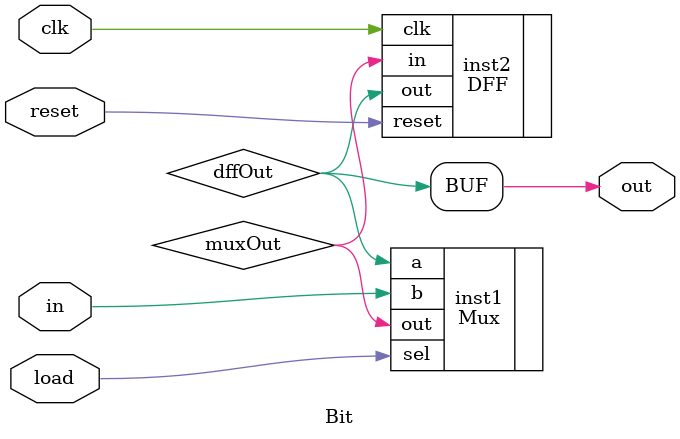
<source format=v>
module Bit (
    input clk,
    input reset,
    input in,
    input load,
    output out
);
    wire muxOut, dffOut;

    Mux inst1 (.a(dffOut), .b(in), .sel(load), .out(muxOut));
    // Note: DFF instantiation assumes you have a DFF module defined
    DFF inst2 (.clk(clk), .reset(reset), .in(muxOut), .out(dffOut)); 
    
    assign out = dffOut; // Connecting the second output pin from HDL line 17
endmodule
</source>
